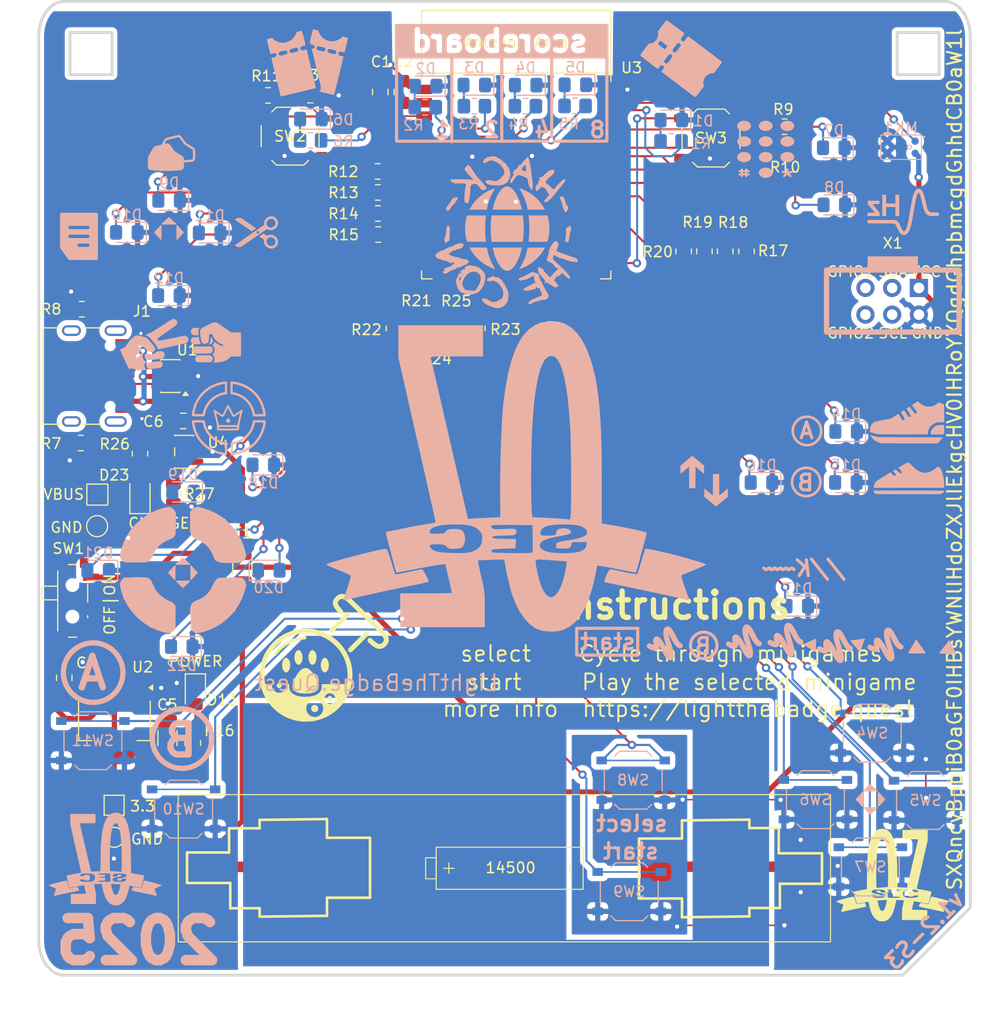
<source format=kicad_pcb>
(kicad_pcb (version 20241229) (generator "pcbnew") (generator_version "9.0")
  (layers (0 "F.Cu" signal) (2 "B.Cu" signal) (13 "F.Paste" user) (15 "B.Paste" user) (5 "F.SilkS" user "F.Silkscreen") (7 "B.SilkS" user "B.Silkscreen") (1 "F.Mask" user) (3 "B.Mask" user) (25 "Edge.Cuts" user))
  (net 0 "")
  (net 1 "Net-(D2-A)")
  (net 2 "Net-(U4-PROG)")
  (net 3 "/USB_D+")
  (net 4 "/USB_D-")
  (net 5 "/RESET")
  (net 6 "/BOOT")
  (net 7 "GND")
  (net 8 "+3V3")
  (net 9 "VBUS")
  (net 11 "Net-(D3-A)")
  (net 12 "+BATT")
  (net 13 "Net-(D1-A)")
  (net 14 "Net-(D4-A)")
  (net 18 "Net-(J1-CC2)")
  (net 19 "Net-(J1-CC1)")
  (net 23 "Net-(D5-A)")
  (net 26 "/DTMF_MIC")
  (net 27 "Net-(D8-A)")
  (net 28 "Net-(D10-A)")
  (net 29 "Net-(D11-A)")
  (net 30 "Net-(D13-A)")
  (net 31 "/HILO_COMPLETE")
  (net 32 "/BUTTON_SELECT")
  (net 33 "/BUTTON_START")
  (net 34 "/BUTTON_B")
  (net 35 "/BUTTON_A")
  (net 36 "/SIMON_LEFT")
  (net 37 "/SIMON_DOWN")
  (net 38 "/SIMON_RIGHT")
  (net 39 "/SIMON_UP")
  (net 40 "Net-(D6-A)")
  (net 45 "Net-(D14-A)")
  (net 46 "Net-(BT1-Pad1)")
  (net 47 "Net-(D15-A)")
  (net 48 "Net-(D16-A)")
  (net 49 "Net-(D17-A)")
  (net 50 "Net-(D18-A)")
  (net 51 "Net-(D19-A)")
  (net 52 "/DTMF_COMPLETE")
  (net 53 "/DTMF_BONUS")
  (net 54 "/SIMON_COMPLETE")
  (net 55 "/BADGE_COMPLETE")
  (net 56 "/BADGE_BONUS")
  (net 57 "/SCORE_1")
  (net 58 "/SCORE_2")
  (net 59 "/SCORE_4")
  (net 60 "/SCORE_8")
  (net 61 "/KODE_COMPLETE")
  (net 62 "/HILO_HI")
  (net 63 "/HILO_LO")
  (net 64 "Net-(D7-A)")
  (net 65 "Net-(D9-A)")
  (net 66 "Net-(D12-A)")
  (net 67 "/BUTTON_UP")
  (net 68 "/BUTTON_DOWN")
  (net 69 "/BUTTON_LEFT")
  (net 70 "/BUTTON_RIGHT")
  (net 71 "/RPS_SCISSORS")
  (net 72 "/RPS_PAPER")
  (net 73 "/RPS_COMPLETE")
  (net 74 "/RPS_ROCK")
  (net 75 "Net-(D20-A)")
  (net 76 "Net-(D21-A)")
  (net 77 "Net-(D22-A)")
  (net 78 "Net-(D23-A)")
  (net 79 "Net-(D23-K)")
  (net 80 "Net-(SW1-A)")
  (footprint "Capacitor_SMD:C_0805_2012Metric_Pad1.18x1.45mm_HandSolder" (layer "F.Cu") (at 198.125 65.75 90)
    (property "Reference" "C1")
    (property "Value" "22uF")
  )
  (footprint "Resistor_SMD:R_0805_2012Metric_Pad1.20x1.40mm_HandSolder" (layer "F.Cu") (at 197.925 79.3 180)
    (property "Reference" "R15")
    (property "Value" "1K")
  )
  (footprint "Resistor_SMD:R_0805_2012Metric_Pad1.20x1.40mm_HandSolder" (layer "F.Cu") (at 197.9 75.3 180)
    (property "Reference" "R13")
    (property "Value" "1K")
  )
  (footprint "Resistor_SMD:R_0805_2012Metric_Pad1.20x1.40mm_HandSolder" (layer "F.Cu") (at 203.375 88.225 -90)
    (property "Reference" "R24")
    (property "Value" "1K")
  )
  (footprint "Resistor_SMD:R_0805_2012Metric_Pad1.20x1.40mm_HandSolder" (layer "F.Cu") (at 232.95 80.9 -90)
    (property "Reference" "R17")
    (property "Value" "1K")
  )
  (footprint "Capacitor_SMD:C_0805_2012Metric_Pad1.18x1.45mm_HandSolder" (layer "F.Cu") (at 200.175 65.75 90)
    (property "Reference" "C2")
    (property "Value" "100nF")
  )
  (footprint "RuffLabs:MY-AA-04_Silkscreen_Only" (layer "F.Cu") (at 210.335 139.46)
    (property "Reference" "BATTERY" (hide yes))
    (property "Value" "Battery")
  )
  (footprint "Resistor_SMD:R_0805_2012Metric_Pad1.20x1.40mm_HandSolder" (layer "F.Cu") (at 201.375 88.225 -90)
    (property "Reference" "R21")
    (property "Value" "1K")
  )
  (footprint "Resistor_SMD:R_0805_2012Metric_Pad1.20x1.40mm_HandSolder" (layer "F.Cu") (at 178.45 103.95 -90)
    (property "Reference" "R27")
    (property "Value" "2K")
  )
  (footprint "Resistor_SMD:R_0805_2012Metric_Pad1.20x1.40mm_HandSolder" (layer "F.Cu") (at 236.575 69.05)
    (property "Reference" "R9")
    (property "Value" "1K")
  )
  (footprint "RuffLabs:USB_C_Receptacle_G-Switch_GT-USB-7010ASV" (layer "F.Cu") (at 169.835 92.755 -90)
    (property "Reference" "J1")
    (property "Value" "USB_C_Receptacle_USB2.0")
  )
  (footprint "TestPoint:TestPoint_Pad_1.5x1.5mm" (layer "F.Cu") (at 171.225 104.025 90)
    (property "Reference" "TP1" (hide yes))
    (property "Value" "TestPoint" (hide yes))
  )
  (footprint "OzSec2025:{CRASHANDBURN}" (layer "F.Cu") (at 209.275 62.3)
    (property "Reference" "REF**" (hide yes))
    (property "Value" "{CRASHANDBURN}" (hide yes))
  )
  (footprint "Resistor_SMD:R_0805_2012Metric_Pad1.20x1.40mm_HandSolder" (layer "F.Cu") (at 187.45 66.075)
    (property "Reference" "R11")
    (property "Value" "10K")
  )
  (footprint "Button_Switch_SMD:SW_SPDT_PCM12" (layer "F.Cu") (at 169.185 114.13 -90)
    (property "Reference" "SW1")
    (property "Value" "SPDT")
  )
  (footprint "Fuse:Fuse_1206_3216Metric_Pad1.42x1.75mm_HandSolder" (layer "F.Cu") (at 185.01 111.015 -90)
    (property "Reference" "F1")
    (property "Value" "Fuse")
  )
  (footprint "PCM_Espressif:ESP32-S3-WROOM-1" (layer "F.Cu") (at 211.05 73.765)
    (property "Reference" "U3")
    (property "Value" "ESP32-S3-WROOM-1-N8R8")
  )
  (footprint "TestPoint:TestPoint_Pad_1.5x1.5mm" (layer "F.Cu") (at 172.8175 133.555 -90)
    (property "Reference" "TP4" (hide yes))
    (property "Value" "TestPoint" (hide yes))
  )
  (footprint "Capacitor_SMD:C_0805_2012Metric_Pad1.18x1.45mm_HandSolder" (layer "F.Cu") (at 168.075 121.45 90)
    (property "Reference" "C4")
    (property "Value" "100nF")
  )
  (footprint "Resistor_SMD:R_0805_2012Metric_Pad1.20x1.40mm_HandSolder" (layer "F.Cu") (at 230.925 80.9 -90)
    (property "Reference" "R18")
    (property "Value" "1K")
  )
  (footprint "Resistor_SMD:R_0805_2012Metric_Pad1.20x1.40mm_HandSolder" (layer "F.Cu") (at 197.875 73.3 180)
    (property "Reference" "R12")
    (property "Value" "1K")
  )
  (footprint "Package_TO_SOT_SMD:SOT-23-6" (layer "F.Cu") (at 178.16 92.755 180)
    (property "Reference" "U1")
    (property "Value" "USBLC6-2SC6")
  )
  (footprint "RuffLabs:MY-AA-04" (layer "F.Cu") (at 188.8 139.5)
    (property "Reference" "BT1" (hide yes))
    (property "Value" "Battery_Clip_+" (hide yes))
  )
  (footprint "Resistor_SMD:R_0805_2012Metric_Pad1.20x1.40mm_HandSolder" (layer "F.Cu") (at 197.9 77.3 180)
    (property "Reference" "R14")
    (property "Value" "1K")
  )
  (footprint "Resistor_SMD:R_0805_2012Metric_Pad1.20x1.40mm_HandSolder" (layer "F.Cu") (at 228.95 80.9 -90)
    (property "Reference" "R19")
    (property "Value" "1K")
  )
  (footprint "Resistor_SMD:R_0805_2012Metric_Pad1.20x1.40mm_HandSolder" (layer "F.Cu") (at 236.575 71.05)
    (property "Reference" "R10")
    (property "Value" "1K")
  )
  (footprint "OzSec2025:Instructions" (layer "F.Cu") (at 217.575 127.175)
    (property "Reference" "REF**" (hide yes))
    (property "Value" "Instructions" (hide yes))
  )
  (footprint "Capacitor_SMD:C_0805_2012Metric_Pad1.18x1.45mm_HandSolder" (layer "F.Cu") (at 191.475 66.05)
    (property "Reference" "C3")
    (property "Value" "10uF")
  )
  (footprint "LED_SMD:LED_0805_2012Metric_Pad1.15x1.40mm_HandSolder" (layer "F.Cu") (at 180.5425 122.93 -90)
    (property "Reference" "D13")
    (property "Value" "GREEN")
  )
  (footprint "Package_TO_SOT_SMD:SOT-223-3_TabPin2" (layer "F.Cu") (at 172.8425 125.505 -90)
    (property "Reference" "U2")
    (property "Value" "TLV1117LV-33")
  )
  (footprint "RuffLabs:Logo_RuffLabs_Beaker_Cu" (layer "F.Cu") (at 192.6 119.6)
    (property "Reference" "REF**" (hide yes))
    (property "Value" "Logo_RuffLabs_Beaker_Cu" (hide yes))
  )
  (footprint "OzSec2025:Instructions" (layer "F.Cu") (at 218.15 122.525)
    (property "Reference" "REF**" (hide yes))
    (property "Value" "Instructions" (hide yes))
  )
  (footprint "Resistor_SMD:R_0805_2012Metric_Pad1.20x1.40mm_HandSolder" (layer "F.Cu") (at 169.65 99.125)
    (property "Reference" "R7")
    (property "Value" "5.1K")
  )
  (footprint "LED_SMD:LED_0805_2012Metric_Pad1.15x1.40mm_HandSolder" (layer "F.Cu") (at 175.275 103.975 90)
    (property "Reference" "D23")
    (property "Value" "YELLOW")
  )
  (footprint "OzSec2025:OzSecCTF{CRASHANDBURN}" (layer "F.Cu") (at 208.725 60.975)
    (property "Reference" "REF**" (hide yes))
    (property "Value" "OzSecCTF{CRASHANDBURN}" (hide yes))
  )
  (footprint "Resistor_SMD:R_0805_2012Metric_Pad1.20x1.40mm_HandSolder" (layer "F.Cu") (at 180.3 127.65 90)
    (property "Reference" "R16")
    (property "Value" "1K")
  )
  (footprint "Package_TO_SOT_SMD:TSOT-23-5" (layer "F.Cu") (at 179.485 99.955 180)
    (property "Reference" "U4")
    (property "Value" "ME4054BM5G-N")
  )
  (footprint "OzSec2025:{CRASHANDBURN}" (layer "F.Cu") (at 208.125 62.2)
    (property "Reference" "REF**" (hide yes))
    (property "Value" "{CRASHANDBURN}" (hide yes))
  )
  (footprint "TestPoint:TestPoint_Pad_D1.5mm" (layer "F.Cu") (at 171.2 107.025 90)
    (property "Reference" "TP2" (hide yes))
    (property "Value" "TestPoint" (hide yes))
  )
  (footprint "Resistor_SMD:R_0805_2012Metric_Pad1.20x1.40mm_HandSolder" (layer "F.Cu") (at 226.975 80.9 -90)
    (property "Reference" "R20")
    (property "Value" "1K")
  )
  (footprint "RuffLabs:SW_Push_1P1T_XKB_TS-1187A" (layer "F.Cu") (at 229.575 70.125)
    (property "Reference" "SW3")
    (property "Value" "SW_Push")
  )
  (footprint "Capacitor_SMD:C_1206_3216Metric_Pad1.33x1.80mm_HandSolder" (layer "F.Cu") (at 177.8925 127.18 90)
    (property "Reference" "C5")
    (property "Value" "100uF")
  )
  (footprint "OzSecCustom:OzSec_Logo_Small_Cu" (layer "F.Cu") (at 247.55 141.225)
    (property "Reference" "REF**" (hide yes))
    (property "Value" "OzSec_Logo_Small_Cu" (hide yes))
  )
  (footprint "Resistor_SMD:R_0805_2012Metric_Pad1.20x1.40mm_HandSolder" (layer "F.Cu") (at 207.35 88.225 -90)
    (property "Reference" "R23")
    (property "Value" "1K")
  )
  (footprint "RuffLabs:MY-AA-04" (layer "F.Cu") (at 231.075 139.575 180)
    (property "Reference" "BT3" (hide yes))
    (property "Value" "Battery_Clip_-" (hide yes))
  )
  (footprint "Resistor_SMD:R_0805_2012Metric_Pad1.20x1.40mm_HandSolder" (layer "F.Cu") (at 175.275 100.125 -90)
    (property "Reference" "R26")
    (property "Value" "1K")
  )
  (footprint "TestPoint:TestPoint_Pad_D1.5mm" (layer "F.Cu") (at 172.8175 136.605 -90)
    (property "Reference" "TP3" (hide yes))
    (property "Value" "TestPoint" (hide yes))
  )
  (footprint "Resistor_SMD:R_0805_2012Metric_Pad1.20x1.40mm_HandSolder" (layer "F.Cu") (at 199.425 88.225 -90)
    (property "Reference" "R22")
    (property "Value" "1K")
  )
  (footprint "Capacitor_SMD:C_0805_2012Metric_Pad1.18x1.45mm_HandSolder" (layer "F.Cu") (at 179.375 97.025)
    (property "Reference" "C6")
    (property "Value" "1uF")
  )
  (footprint "RuffLabs:SW_Push_1P1T_XKB_TS-1187A" (layer "F.Cu") (at 189.55 69.95)
    (property "Reference" "SW2")
    (property "Value" "SW_Push")
  )
  (footprint "Resistor_SMD:R_0805_2012Metric_Pad1.20x1.40mm_HandSolder" (layer "F.Cu") (at 205.375 88.225 -90)
    (property "Reference" "R25")
    (property "Value" "1K")
  )
  (footprint "Resistor_SMD:R_0805_2012Metric_Pad1.20x1.40mm_HandSolder" (layer "F.Cu") (at 169.75 86.4 180)
    (property "Reference" "R8")
    (property "Value" "5.1K")
  )
  (footprint "OzSec2025:Controller_Select" (layer "B.Cu") (at 221.95 127.7 180)
    (property "Reference" "REF**" (hide yes))
    (property "Value" "Controller_Select" (hide yes))
  )
  (footprint "RuffLabs:Floppy_Slide" (layer "B.Cu") (at 209.3 123.86 180)
    (property "Reference" "REF**" (hide yes))
    (property "Value" "Floppy_Slide" (hide yes))
  )
  (footprint "LED_SMD:LED_0805_2012Metric_Pad1.15x1.40mm_HandSolder" (layer "B.Cu") (at 178.025 85.1 180)
    (property "Reference" "D12")
    (property "Value" "WHITE")
  )
  (footprint "RuffLabs:SW_Push_1P1T_XKB_TS-1187A" (layer "B.Cu") (at 244.725 139.425 180)
    (property "Reference" "SW7")
    (property "Value" "SW_Push")
  )
  (footprint "OzSec2025:Controller_B" (layer "B.Cu") (at 178.6 127.425 180)
    (property "Reference" "REF**" (hide yes))
    (property "Value" "Controller_B" (hide yes))
  )
  (footprint "OzSec2025:Controller_A" (layer "B.Cu") (at 170.825 121 180)
    (property "Reference" "REF**" (hide yes))
    (property "Value" "Controller_A" (hide yes))
  )
  (footprint "OzSec2025:Controller_DPAD" (layer "B.Cu") (at 178.3 112.3 180)
    (property "Reference" "REF**" (hide yes))
    (property "Value" "Controller_DPAD" (hide yes))
  )
  (footprint "Resistor_SMD:R_0805_2012Metric_Pad1.20x1.40mm_HandSolder" (layer "B.Cu") (at 211.925 67.1 180)
    (property "Reference" "R4")
    (property "Value" "1K")
  )
  (footprint "OzSec2025:Paper" (layer "B.Cu") (at 169.524303 79.801456 180)
    (property "Reference" "REF**" (hide yes))
    (property "Value" "Paper" (hide yes))
  )
  (footprint "LED_SMD:LED_0805_2012Metric_Pad1.15x1.40mm_HandSolder" (layer "B.Cu") (at 234.375 102.875 180)
    (property "Reference" "D16")
    (property "Value" "WHITE")
  )
  (footprint "OzSec2025:Kode_Game" (layer "B.Cu") (at 233.775 118.2 180)
    (property "Reference" "REF**" (hide yes))
    (property "Value" "Kode_Game" (hide yes))
  )
  (footprint "Resistor_SMD:R_0805_2012Metric_Pad1.20x1.40mm_HandSolder" (layer "B.Cu") (at 207.075 67.1 180)
    (property "Reference" "R3")
    (property "Value" "1K")
  )
  (footprint "OzSec2025:Scoreboard" (layer "B.Cu") (at 214.125 64.075 180)
    (property "Reference" "REF**" (hide yes))
    (property "Value" "Scoreboard" (hide yes))
  )
  (footprint "LED_SMD:LED_0805_2012Metric_Pad1.15x1.40mm_HandSolder" (layer "B.Cu") (at 211.95 65.1 180)
    (property "Reference" "D4")
    (property "Value" "WHITE")
  )
  (footprint "Simple_Addon_v2:Simple_Addon_v2-BADGE-2x3" (layer "B.Cu") (at 246.86 85.625 180)
    (property "Reference" "X1")
    (property "Value" "Simple_Addon_v2")
  )
  (footprint "OzSec2025:Simon_Complete" (layer "B.Cu") (at 183.625 96.925 180)
    (property "Reference" "REF**" (hide yes))
    (property "Value" "Simon_Complete" (hide yes))
  )
  (footprint "OzSec2025:Hertz" (layer "B.Cu") (at 247.838907 77.335262 180)
    (property "Reference" "REF**" (hide yes))
    (property "Value" "Hertz" (hide yes))
  )
  (footprint "OzSec2025:Controller_Start" (layer "B.Cu") (at 221.95 138.1 180)
    (property "Reference" "REF**" (hide yes))
    (property "Value" "Controller_Start" (hide yes))
  )
  (footprint "LED_SMD:LED_0805_2012Metric_Pad1.15x1.40mm_HandSolder" (layer "B.Cu") (at 225.8 68.425 180)
    (property "Reference" "D1")
    (property "Value" "GREEN")
  )
  (footprint "Resistor_SMD:R_0805_2012Metric_Pad1.20x1.40mm_HandSolder" (layer "B.Cu") (at 202.4 67.2 180)
    (property "Reference" "R2")
    (property "Value" "1K")
  )
  (footprint "OzSec2025:lightthebadge.quest" (layer "B.Cu") (at 201.15 122.3 180)
    (property "Reference" "REF**" (hide yes))
    (property "Value" "lightthebadge.quest" (hide yes))
  )
  (footprint "OzSec2025:Kode Game" (layer "B.Cu") (at 240.06 111.625 180)
    (property "Reference" "REF**" (hide yes))
    (property "Value" "Kode Game" (hide yes))
  )
  (footprint "OzSec2025:Controller_A_Small" (layer "B.Cu") (at 238.7 98.025 180)
    (property "Reference" "REF**" (hide yes))
    (property "Value" "Controller_A_Small" (hide yes))
  )
  (footprint "OzSec2025:RPS_Hand" (layer "B.Cu") (at 176.646232 89.834792 115)
    (property "Reference" "REF**" (hide yes))
    (property "Value" "RPS_Hand" (hide yes))
  )
  (footprint "OzSec2025:HackTheCon" (layer "B.Cu") (at 210.045684 78.796063 180)
    (property "Reference" "REF**" (hide yes))
    (property "Value" "HackTheCon" (hide yes))
  )
  (footprint "LED_SMD:LED_0805_2012Metric_Pad1.15x1.40mm_HandSolder" (layer "B.Cu") (at 216.675 65.0625 180)
    (property "Reference" "D5")
    (property "Value" "WHITE")
  )
  (footprint "OzSec2025:Raffle Bonus" (layer "B.Cu") (at 191.15 63.65 180)
    (property "Reference" "REF**" (hide yes))
    (property "Value" "Raffle Bonus" (hide yes))
  )
  (footprint "LED_SMD:LED_0805_2012Metric_Pad1.15x1.40mm_HandSolder" (layer "B.Cu") (at 242.425 98.025 180)
    (property "Reference" "D14")
    (property "Value" "WHITE")
  )
  (footprint "RuffLabs:SW_Push_1P1T_XKB_TS-1187A" (layer "B.Cu") (at 222.175 131.175 180)
    (property "Reference" "SW8")
    (property "Value" "SW_Push")
  )
  (footprint "Resistor_SMD:R_0805_2012Metric_Pad1.20x1.40mm_HandSolder" (layer "B.Cu") (at 216.65 67.075 180)
    (property "Reference" "R5")
    (property "Value" "1K")
  )
  (footprint "LED_SMD:LED_0805_2012Metric_Pad1.15x1.40mm_HandSolder" (layer "B.Cu") (at 178.05 76.05 180)
    (property "Reference" "D9")
    (property "Value" "WHITE")
  )
  (footprint "LED_SMD:LED_0805_2012Metric_Pad1.15x1.40mm_HandSolder" (layer "B.Cu") (at 181.9 79.15 180)
    (property "Reference" "D11")
    (property "Value" "WHITE")
  )
  (footprint "OzSec2025:Rock" (layer "B.Cu") (at 178.275 71.875 180)
    (property "Reference" "REF**" (hide yes))
    (property "Value" "Rock" (hide yes))
  )
  (footprint "OzSec2025:Controller_B_Small" (layer "B.Cu") (at 237.95 103.025 180)
    (property "Reference" "REF**" (hide yes))
    (property "Value" "Controller_B_Small" (hide yes))
  )
  (footprint "LED_SMD:LED_0805_2012Metric_Pad1.15x1.40mm_HandSolder" (layer "B.Cu") (at 179.25 118.475 180)
    (property "Reference" "D22")
    (property "Value" "BLUE")
  )
  (footprint "Resistor_SMD:R_0805_2012Metric_Pad1.20x1.40mm_HandSolder" (layer "B.Cu") (at 225.775 70.45 180)
    (property "Reference" "R1")
    (property "Value" "1K")
  )
  (footprint "LED_SMD:LED_0805_2012Metric_Pad1.15x1.40mm_HandSolder" (layer "B.Cu") (at 179.375 103.775 180)
    (property "Reference" "D19")
    (property "Value" "GREEN")
  )
  (footprint "OzSec2025:Touchtone" (layer "B.Cu") (at 234.824254 71.768742 180)
    (property "Reference" "REF**" (hide yes))
    (property "Value" "Touchtone" (hide yes))
  )
  (footprint "RuffLabs:LMA3722T421-OA5" (layer "B.Cu") (at 247.485 71.025 180)
    (property "Reference" "MK1")
    (property "Value" "LMA3722T421-OA5")
  )
  (footprint "LED_SMD:LED_0805_2012Metric_Pad1.15x1.40mm_HandSolder" (layer "B.Cu") (at 237.775 114.625 180)
    (property "Reference" "D17")
    (property "Value" "WHITE")
  )
  (footprint "LED_SMD:LED_0805_2012Metric_Pad1.15x1.40mm_HandSolder" (layer "B.Cu") (at 241.3 76.475 180)
    (property "Reference" "D8")
    (property "Value" "WHITE")
  )
  (footprint "RuffLabs:Floppy_Outline" (layer "B.Cu") (at 254.230321 91.525833 180)
    (property "Reference" "REF**" (hide yes))
    (property "Value" "Floppy_Outline" (hide yes))
    (fp_poly (pts (xy 85.610119 27.425866) (xy 81.610126 27.425866) (xy 81.610126 31.425862) (xy 85.610119 31.425862)) (stroke (width 0.264583) (color 0 0 85 1)) (fill no) (layer "Edge.Cuts"))
    (fp_poly (pts (xy 6.963013 27.426652) (xy 2.963013 27.426652) (xy 2.963013 31.426652) (xy 6.963013 31.426652)) (stroke (width 0.264583) (color 0 0 85 1)) (fill no) (layer "Edge.Cuts"))
    (fp_poly (pts (xy 2.425972 34.39) (xy 86.152378 34.39) (xy 86.277218 34.385664) (xy 86.400419 34.372795) (xy 86.521828 34.351603) (xy 86.641294 34.322298) (xy 86.758664 34.285087) (xy 86.873786 34.240182) (xy 86.986506 34.187791) (xy 87.096673 34.128124) (xy 87.204134 34.061389) (xy 87.308738 33.987797) (xy 87.41033 33.907557) (xy 87.508759 33.820879) (xy 87.603873 33.72797) (xy 87.695519 33.629042) (xy 87.783544 33.524303) (xy 87.867797 33.413963) (xy 87.948124 33.29823) (xy 88.024374 33.177316) (xy 88.096393 33.051428) (xy 88.16403 32.920776) (xy 88.227132 32.785571) (xy 88.285547 32.646019) (xy 88.339122 32.502333) (xy 88.387704 32.35472) (xy 88.431142 32.20339) (xy 88.469283 32.048553) (xy 88.501974 31.890418) (xy 88.529063 31.729194) (xy 88.550397 31.565091) (xy 88.565825 31.398318) (xy 88.575193 31.229084) (xy 88.57835 31.057599) (xy 88.57835 -54.855941) (xy 88.565825 -55.19666) (xy 88.529063 -55.527537) (xy 88.469283 -55.846896) (xy 88.387704 -56.153063) (xy 88.285547 -56.444362) (xy 88.16403 -56.719119) (xy 88.024374 -56.975658) (xy 87.867797 -57.212304) (xy 87.695519 -57.427383) (xy 87.603873 -57.526311) (xy 87.508759 -57.619219) (xy 87.41033 -57.705898) (xy 87.308738 -57.786137) (xy 87.204134 -57.859729) (xy 87.096673 -57.926463) (xy 86.986506 -57.98613) (xy 86.873786 -58.038521) (xy 86.758664 -58.083426) (xy 86.641294 -58.120636) (xy 86.521828 -58.149942) (xy 86.400419 -58.171134) (xy 86.277218 -58.184002) (xy 86.152378 -58.188338) (xy 6.411289 -58.188338) (xy 0 -51.75) (xy 0 31.057607) (xy 0.012525 31.398325) (xy 0.049287 31.729201) (xy 0.109067 32.048559) (xy 0.190645 32.354726) (xy 0.292802 32.646025) (xy 0.414318 32.920781) (xy 0.553974 33.17732) (xy 0.71055 33.413967) (xy 0.882828 33.629046) (xy 0.974474 33.727974) (xy 1.069587 33.820883) (xy 1.168017 33.907561) (xy 1.269609 33.987801) (xy 1.374212 34.061393) (xy 1.481674 34.128128) (xy 1.591841 34.187795) (xy 1.704562 34.240186) (xy 1.819683 34.285091) (xy 1.937054 34.322301) (xy 2.05652 34.351607) (xy 2.17793 34.372799) (xy 2.301132 34.385668) (xy 2.425972 34.390004)) (stroke (width 0.264583) (color 0 0 85 1)) (fill no) (layer "Edge.Cuts"))
  )
  (footprint "LED_SMD:LED_0805_2012Metric_Pad1.15x1.40mm_HandSolder" (layer "B.Cu") (at 171.3 111.225 180)
    (property "Reference" "D21")
    (property "Value" "RED")
  )
  (footprint "OzSec2025:Controller_DPAD" (layer "B.Cu") (at 243.675 133.85 180)
    (property "Reference" "REF**" (hide yes))
    (property "Value" "Controller_DPAD" (hide yes))
  )
  (footprint "OzSec2025:Hightop" (layer "B.Cu") (at 248.175 97.925 180)
    (property "Reference" "REF**" (hide yes))
    (property "Value" "Hightop" (hide yes))
  )
  (footprint "OzSecCustom:OzSec_Logo_Small" (layer "B.Cu") (at 171.275 139.7 180)
    (property "Reference" "REF**" (hide yes))
    (property "Value" "OzSec_Logo_Small" (hide yes))
  )
  (footprint "RuffLabs:SW_Push_1P1T_XKB_TS-1187A" (layer "B.Cu") (at 244.9 126.7 180)
    (property "Reference" "SW4")
    (property "Value" "SW_Push")
  )
  (footprint "OzSec2025:Raffle" (layer "B.Cu") (at 226.825 63.15 180)
    (property "Reference" "REF**" (hide yes))
    (property "Value" "Raffle" (hide yes))
  )
  (footprint "RuffLabs:SW_Push_1P1T_XKB_TS-1187A" (layer "B.Cu") (at 239.5 133.025 180)
    (property "Reference" "SW6")
    (property "Value" "SW_Push")
  )
  (footprint "LED_SMD:LED_0805_2012Metric_Pad1.15x1.40mm_HandSolder" (layer "B.Cu") (at 174.025 79.1 180)
    (property "Reference" "D10")
    (property "Value" "WHITE")
  )
  (footprint "OzSec2025:UpDown" (layer "B.Cu") (at 228.875 103.175 180)
    (property "Reference" "REF**" (hide yes))
    (property "Value" "UpDown" (hide yes))
  )
  (footprint "OzSec2025:2025" (layer "B.Cu") (at 174.75 146.225 180)
    (property "Reference" "REF**" (hide yes))
    (property "Value" "2025" (hide yes))
  )
  (footprint "LED_SMD:LED_0805_2012Metric_Pad1.15x1.40mm_HandSolder" (layer "B.Cu") (at 202.44 65.18875 180)
    (property "Reference" "D2")
    (property "Value" "WHITE")
  )
  (footprint "OzSec2025:RPS_Controls" (layer "B.Cu") (at 176.975 79.95 180)
    (property "Reference" "REF**" (hide yes))
    (property "Value" "RPS_Controls" (hide yes))
  )
  (footprint "Resistor_SMD:R_0805_2012Metric_Pad1.20x1.40mm_HandSolder" (layer "B.Cu") (at 191.5 70.35 180)
    (property "Reference" "R6")
    (property "Value" "1K")
  )
  (footprint "OzSec2025:RPS_Fist" (layer "B.Cu") (at 182.35 89.525 -90)
    (property "Reference" "REF**" (hide yes))
    (property "Value" "RPS_Fist" (hide yes))
  )
  (footprint "LED_SMD:LED_0805_2012Metric_Pad1.15x1.40mm_HandSolder" (layer "B.Cu") (at 207.065 65.08875 180)
    (property "Reference" "D3")
    (property "Value" "WHITE")
  )
  (footprint "RuffLabs:SW_Push_1P1T_XKB_TS-1187A" (layer "B.Cu") (at 221.8 141.775 180)
    (property "Reference" "SW9")
    (property "Value" "SW_Push")
  )
  (footprint "LED_SMD:LED_0805_2012Metric_Pad1.15x1.40mm_HandSolder" (layer "B.Cu") (at 241.25 71.05 180)
    (property "Reference" "D7")
    (property "Value" "WHITE")
  )
  (footprint "OzSec2025:2025" (layer "B.Cu") (at 171.7 152.5 180)
    (property "Reference" "REF**" (hide yes))
    (property "Value" "2025" (hide yes))
  )
  (footprint "OzSecCustom:OzSec_Logo" (layer "B.Cu") (at 208.775 106.425 180)
    (property "Reference" "REF**" (hide yes))
    (property "Value" "OzSec_Logo" (hide yes))
  )
  (footprint "OzSec2025:2025" (layer "B.Cu") (at 172.05 152.35 180)
    (property "Reference" "REF**" (hide yes))
    (property "Value" "2025" (hide yes))
  )
  (footprint "OzSec2025:2025" (layer "B.Cu") (at 171.7 152.3 180)
    (property "Reference" "REF**" (hide yes))
    (property "Value" "2025" (hide yes))
  )
  (footprint "RuffLabs:SW_Push_1P1T_XKB_TS-1187A" (layer "B.Cu") (at 179.425 133.925 180)
    (property "Reference" "SW10")
    (property "Value" "SW_Push")
  )
  (footprint "OzSec2025:Lowtop" (layer "B.Cu") (at 248.4 103.4 180)
    (property "Reference" "REF**" (hide yes))
    (property "Value" "Lowtop" (hide yes))
  )
  (footprint "RuffLabs:SW_Push_1P1T_XKB_TS-1187A" (layer "B.Cu") (at 249.975 133.1 180)
    (property "Reference" "SW5")
    (property "Value" "SW_Push")
  )
  (footprint "RuffLabs:SW_Push_1P1T_XKB_TS-1187A" (layer "B.Cu") (at 170.8 127.425 180)
    (property "Reference" "SW11")
    (property "Value" "SW_Push")
  )
  (footprint "OzSec2025:Simon" (layer "B.Cu") (at 179.225 111.475 180)
    (property "Reference" "REF**" (hide yes))
    (property "Value" "Simon" (hide yes))
  )
  (footprint "LED_SMD:LED_0805_2012Metric_Pad1.15x1.40mm_HandSolder" (layer "B.Cu") (at 187.525 111.225)
    (property "Reference" "D20")
    (property "Value" "YELLOW")
  )
  (footprint "OzSec2025:Scissors" (layer "B.Cu") (at 186.250253 79.379065 180)
    (property "Reference" "REF**" (hide yes))
    (property "Value" "Scissors" (hide yes))
  )
  (footprint "LED_SMD:LED_0805_2012Metric_Pad1.15x1.40mm_HandSolder" (layer "B.Cu") (at 191.525 68.325 180)
    (property "Reference" "D6")
    (property "Value" "GREEN")
  )
  (footprint "LED_SMD:LED_0805_2012Metric_Pad1.15x1.40mm_HandSolder" (layer "B.Cu") (at 242.4 102.875 180)
    (property "Reference" "D15")
    (property "Value" "WHITE")
  )
  (footprint "LED_SMD:LED_0805_2012Metric_Pad1.15x1.40mm_HandSolder" (layer "B.Cu") (at 187 101.2 180)
    (property "Reference" "D18")
    (property "Value" "WHITE")
  )
  (gr_text "CHARGE" (at 177.075 106.75 0) (layer "F.SilkS") (effects (font (size 1 1))))
  (gr_text "SXQncyBpbiB0aGF0IHBsYWNlIHdoZXJlIEkgcHV0IHRoYXQgdGhpbmcgdGhhdCB0aW1l" (at 253.525 141.775 90) (layer "F.SilkS") (effects (font (size 1.35 1.35) (thickness 0.2)) (justify left bottom)))
  (gr_text "3.3" (at 175.525 133.65 0) (layer "F.SilkS") (effects (font (size 1 1))))
  (gr_text "GND" (at 175.95 136.775 0) (layer "F.SilkS") (effects (font (size 1 1))))
  (gr_text "POWER" (at 180.575 119.875 0) (layer "F.SilkS") (effects (font (size 1 1))))
  (gr_text "VBUS" (at 168.025 104 0) (layer "F.SilkS") (effects (font (size 1 1))))
  (gr_text "GND" (at 168.29 107.145 0) (layer "F.SilkS") (effects (font (size 1 1))))
  (gr_text "OFF|ON" (at 172.4 114.45 90) (layer "F.SilkS") (effects (font (size 1 1))))
  (gr_text "v1.2-S3" (at 253.975 142.625 45) (layer "B.SilkS") (effects (font (size 1.5 1.5) (thickness 0.3) (bold yes)) (justify left bottom mirror)))
  (segment (start 201.4 67.2) (end 201.4 65.20375) (width 0.2) (layer "B.Cu") (net 1))
  (segment (start 201.4 65.20375) (end 201.415 65.18875) (width 0.2) (layer "B.Cu") (net 1))
  (segment (start 201.745 65.10625) (end 201.7025 65.06375) (width 0.1) (layer "B.Cu") (net 1))
  (segment (start 178.45 102.95) (end 178.45 101.0075) (width 0.2) (layer "F.Cu") (net 2))
  (segment (start 178.45 101.0075) (end 178.3475 100.905) (width 0.2) (layer "F.Cu") (net 2))
  (segment (start 181.058943 93.356) (end 181.434943 92.98) (width 0.2) (layer "F.Cu") (net 3))
  (segment (start 199.588198 81.605) (end 200.764999 81.605) (width 0.2) (layer "F.Cu") (net 3))
  (segment (start 177.06 93.655) (end 176.91 93.505) (width 0.2) (layer "F.Cu") (net 3))
  (segment (start 188.213198 92.98) (end 199.588198 81.605) (width 0.2) (layer "F.Cu") (net 3))
  (segment (start 180.291251 93.705) (end 180.640251 93.356) (width 0.2) (layer "F.Cu") (net 3))
  (segment (start 179.2975 93.705) (end 180.291251 93.705) (width 0.2) (layer "F.Cu") (net 3))
  (segment (start 180.640251 93.356) (end 181.058943 93.356) (width 0.2) (layer "F.Cu") (net 3))
  (segment (start 176.91 93.505) (end 173.56 93.505) (width 0.2) (layer "F.Cu") (net 3))
  (segment (start 172.688 92.505) (end 172.46 92.733) (width 0.2) (layer "F.Cu") (net 3))
  (segment (start 181.434943 92.98) (end 188.213198 92.98) (width 0.2) (layer "F.Cu") (net 3))
  (segment (start 200.764999 81.605) (end 201.174999 82.015) (width 0.2) (layer "F.Cu") (net 3))
  (segment (start 172.46 93.277) (end 172.688 93.505) (width 0.2) (layer "F.Cu") (net 3))
  (segment (start 173.56 92.505) (end 172.688 92.505) (width 0.2) (layer "F.Cu") (net 3))
  (segment (start 172.46 92.733) (end 172.46 93.277) (width 0.2) (layer "F.Cu") (net 3))
  (segment (start 172.688 93.505) (end 173.56 93.505) (width 0.2) (layer "F.Cu") (net 3))
  (segment (start 201.174999 82.015) (end 202.3 82.015) (width 0.2) (layer "F.Cu") (net 3))
  (segment (start 181.434943 92.53) (end 188.026802 92.53) (width 0.2) (layer "F.Cu") (net 4))
  (segment (start 173.56 93.005) (end 174.432 93.005) (width 0.2) (layer "F.Cu") (net 4))
  (segment (start 180.291251 91.805) (end 180.640251 92.154) (width 0.2) (layer "F.Cu") (net 4))
  (segment (start 199.401802 81.155) (end 200.764999 81.155) (width 0.2) (layer "F.Cu") (net 4))
  (segment (start 180.640251 92.154) (end 181.058943 92.154) (width 0.2) (layer "F.Cu") (net 4))
  (segment (start 179.2975 91.805) (end 180.291251 91.805) (width 0.2) (layer "F.Cu") (net 4))
  (segment (start 188.026802 92.53) (end 199.401802 81.155) (width 0.2) (layer "F.Cu") (net 4))
  (segment (start 200.764999 81.155) (end 201.174999 80.745) (width 0.2) (layer "F.Cu") (net 4))
  (segment (start 174.56 92.005) (end 173.56 92.005) (width 0.2) (layer "F.Cu") (net 4))
  (segment (start 177.06 91.755) (end 176.81 92.005) (width 0.2) (layer "F.Cu") (net 4))
  (segment (start 181.058943 92.154) (end 181.434943 92.53) (width 0.2) (layer "F.Cu") (net 4))
  (segment (start 176.81 92.005) (end 174.56 92.005) (width 0.2) (layer "F.Cu") (net 4))
  (segment (start 174.66 92.777) (end 174.66 92.105) (width 0.2) (layer "F.Cu") (net 4))
  (segment (start 174.432 93.005) (end 174.66 92.777) (width 0.2) (layer "F.Cu") (net 4))
  (segment (start 201.174999 80.745) (end 202.3 80.745) (width 0.2) (layer "F.Cu") (net 4))
  (segment (start 192.58 68.045) (end 192.55 68.075) (width 0.15) (layer "F.Cu") (net 5))
  (segment (start 188.45 66.175) (end 186.55 68.075) (width 0.15) (layer "F.Cu") (net 5))
  (segment (start 186.55 68.075) (end 192.55 68.075) (width 0.2) (layer "F.Cu") (net 5))
  (segment (start 188.45 66.075) (end 190.4125 66.075) (width 0.2) (layer "F.Cu") (net 5))
  (segment (start 201.895 68.045) (end 202.3 68.045) (width 0.1) (layer "F.Cu") (net 5))
  (segment (start 202.3 68.045) (end 192.58 68.045) (width 0.15) (layer "F.Cu") (net 5))
  (segment (start 190.4375 66.05) (end 192.4625 68.075) (width 0.15) (layer "F.Cu") (net 5))
  (segment (start 222.575 68.25) (end 222.55 68.275) (width 0.2) (layer "F.Cu") (net 6))
  (segment (start 222.515 82.015) (end 219.8 82.015) (width 0.2) (layer "F.Cu") (net 6))
  (segment (start 226.575 68.25) (end 222.575 68.25) (width 0.2) (layer "F.Cu") (net 6))
  (segment (start 226.575 68.25) (end 232.575 68.25) (width 0.2) (layer "F.Cu") (net 6))
  (segment (start 222.525 82.025) (end 222.515 82.015) (width 0.2) (layer "F.Cu") (net 6))
  (via (at 222.55 68.275) (size 0.8) (drill 0.4) (layers "F.Cu" "B.Cu") (net 6))
  (via (at 222.525 82.025) (size 0.8) (drill 0.4) (layers "F.Cu" "B.Cu") (net 6))
  (segment (start 222.55 82) (end 222.525 82.025) (width 0.2) (layer "B.Cu") (net 6))
  (segment (start 222.55 68.275) (end 222.55 82) (width 0.2) (layer "B.Cu") (net 6))
  (segment (start 206.95 71.825) (end 206.875 71.9) (width 0.2) (layer "F.Cu") (net 7))
  (segment (start 250 129.175) (end 250 132.825) (width 0.15) (layer "F.Cu") (net 7))
  (segment (start 208.15 73.225) (end 208.15 71.825) (width 0.2) (layer "F.Cu") (net 7))
  (segment (start 172.8175 138.605) (end 172.7925 138.63) (width 0.5) (layer "F.Cu") (net 7))
  (segment (start 236.175 133.025) (end 236.2 133.05) (width 0.15) (layer "F.Cu") (net 7))
  (segment (start 221.605 65.505) (end 221.625 65.525) (width 0.2) (layer "F.Cu") (net 7))
  (segment (start 210.95 74.625) (end 209.55 74.625) (width 0.2) (layer "F.Cu") (net 7))
  (segment (start 219.8 65.505) (end 221.605 65.505) (width 0.2) (layer "F.Cu") (net 7))
  (segment (start 171.2 107.025) (end 173.03 107.025) (width 0.2) (layer "F.Cu") (net 7))
  (segment (start 175.36 88.705) (end 174.51 89.555) (width 0.2) (layer "F.Cu") (net 7))
  (segment (start 226.575 72) (end 226.75 72) (width 0.1) (layer "F.Cu") (net 7))
  (segment (start 226.875 133.025) (end 236.175 133.025) (width 0.15) (layer "F.Cu") (net 7))
  (segment (start 186.55 71.825) (end 192.55 71.825) (width 0.2) (layer "F.Cu") (net 7))
  (segment (start 238.085 141.81) (end 238.1 141.825) (width 0.5) (layer "F.Cu") (net 7))
  (segment (start 168.075 120.4125) (end 169.3625 120.4125) (width 0.2) (layer "F.Cu") (net 7))
  (segment (start 179.2975 92.755) (end 180.81 92.755) (width 0.2) (layer "F.Cu") (net 7))
  (segment (start 241.56 139.39) (end 241.625 139.325) (width 0.5) (layer "F.Cu") (net 7))
  (segment (start 226.475 144.975) (end 236.55 144.975) (width 0.15) (layer "F.Cu") (net 7))
  (segment (start 238.07 139.4) (end 238.07 136.88) (width 0.5) (layer "F.Cu") (net 7))
  (segment (start 174.51 89.555) (end 173.56 89.555) (width 0.2) (layer "F.Cu") (net 7))
  (segment (start 210.95 76.1) (end 211.025 76.175) (width 0.2) (layer "F.Cu") (net 7))
  (segment (start 177.2425 122.355) (end 177.2925 122.405) (width 0.5) (layer "F.Cu") (net 7))
  (segment (start 236.55 144.975) (end 236.525 145) (width 0.1) (layer "F.Cu") (net 7))
  (segment (start 198.125 64.7125) (end 198.125 64.125) (width 0.2) (layer "F.Cu") (net 7))
  (segment (start 180.4125 97.025) (end 181.3 97.025) (width 0.2) (layer "F.Cu") (net 7))
  (segment (start 192.5125 66.05) (end 194.15 66.05) (width 0.2) (layer "F.Cu") (net 7))
  (segment (start 173.03 107.025) (end 174.16 108.155) (width 0.2) (layer "F.Cu") (net 7))
  (segment (start 200.175 64.7125) (end 198.125 64.7125) (width 0.2) (layer "F.Cu") (net 7))
  (segment (start 198.125 64.125) (end 199.075 63.175) (width 0.2) (layer "F.Cu") (net 7))
  (segment (start 180.175 105.175) (end 180.15 105.2) (width 0.15) (layer "F.Cu") (net 7))
  (segment (start 208.15 74.625) (end 208.15 76.15) (width 0.2) (layer "F.Cu") (net 7))
  (segment (start 202.3 65.505) (end 200.9675 65.505) (width 0.2) (layer "F.Cu") (net 7))
  (segment (start 175.1425 122.355) (end 177.2425 122.355) (width 0.5) (layer "F.Cu") (net 7))
  (segment (start 174.61 95.955) (end 175.46 96.805) (width 0.2) (layer "F.Cu") (net 7))
  (segment (start 209.55 71.825) (end 209.55 73.225) (width 0.2) (layer "F.Cu") (net 7))
  (segment (start 209.55 74.625) (end 208.15 74.625) (width 0.2) (layer "F.Cu") (net 7))
  (segment (start 178.7 105.2) (end 178.45 104.95) (width 0.15) (layer "F.Cu") (net 7))
  (segment (start 200.175 64.7125) (end 200.175 64.275) (width 0.2) (layer "F.Cu") (net 7))
  (segment (start 229.4 72) (end 229.475 72.075) (width 0.2) (layer "F.Cu") (net 7))
  (segment (start 172.8175 136.605) (end 172.8175 138.605) (width 0.5) (layer "F.Cu") (net 7))
  (segment (start 208.15 74.625) (end 208.15 73.225) (width 0.2) (layer "F.Cu") (net 7))
  (segment (start 180.6225 99.955) (end 182.1725 99.955) (width 0.2) (layer "F.Cu") (net 7))
  (segment (start 226.35 145.1) (end 226.475 144.975) (width 0.15) (layer "F.Cu") (net 7))
  (segment (start 232.575 72) (end 232.35 72) (width 0.1) (layer "F.Cu") (net 7))
  (segment (start 180.5425 121.905) (end 178.7925 121.905) (width 0.5) (layer "F.Cu") (net 7))
  (segment (start 209.55 71.825) (end 210.95 71.825) (width 0.2) (layer "F.Cu") (net 7))
  (segment (start 226.45 145) (end 226.35 145.1) (width 0.1) (layer "F.Cu") (net 7))
  (segment (start 169.3625 120.4125) (end 169.825 119.95) (width 0.2) (layer "F.Cu") (net 7))
  (segment (start 210.95 74.625) (end 210.95 76.1) (width 0.2) (layer "F.Cu") (net 7))
  (segment (start 168.65 100.725) (end 168.6 100.775) (width 0.2) (layer "F.Cu") (net 7))
  (segment (start 226.575 72) (end 229.4 72) (width 0.2) (layer "F.Cu") (net 7))
  (segment (start 208.15 73.225) (end 209.55 73.225) (width 0.2) (layer "F.Cu") (net 7))
  (segment (start 210.95 73.225) (end 210.95 74.625) (width 0.2) (layer "F.Cu") (net 7))
  (segment (start 181.925 97.65) (end 181.765 97.65) (width 0.2) (layer "F.Cu") (net 7))
  (segment (start 229.55 72) (end 229.475 72.075) (width 0.2) (layer "F.Cu") (net 7))
  (segment (start 208.15 71.825) (end 206.95 71.825) (width 0.2) (layer "F.Cu") (net 7))
  (segment (start 173.56 95.955) (end 174.61 95.955) (width 0.2) (layer "F.Cu") (net 7))
  (segment (start 180.15 105.2) (end 178.7 105.2) (width 0.15) (layer "F.Cu") (net 7))
  (segment (start 208.15 71.825) (end 209.55 71.825) (width 0.2) (layer "F.Cu") (net 7))
  (segment (start 209.55 74.625) (end 209.55 73.225) (width 0.2) (layer "F.Cu") (net 7))
  (segment (start 200.9675 65.505) (end 200.175 64.7125) (width 0.2) (layer "F.Cu") (net 7))
  (segment (start 232.575 72) (end 229.55 72) (width 0.2) (layer "F.Cu") (net 7))
  (segment (start 200.175 64.275) (end 199.075 63.175) (width 0.2) (layer "F.Cu") (net 7))
  (segment (start 238.085 139.39) (end 241.56 139.39) (width 0.5) (layer "F.Cu") (net 7))
  (segment (start 168.75 86.4) (end 168.75 84.725) (width 0.2) (layer "F.Cu") (net 7))
  (segment (start 194.15 66.05) (end 194.175 66.075) (width 0.2) (layer "F.Cu") (net 7))
  (segment (start 250 132.825) (end 250.025 132.85) (width 0.15) (layer "F.Cu") (net 7))
  (segment (start 168.65 99.125) (end 168.65 100.725) (width 0.2) (layer "F.Cu") (net 7))
  (segment (start 181.3 97.025) (end 181.925 97.65) (width 0.2) (layer "F.Cu") (net 7))
  (segment (start 224.99 139.4) (end 238.07 139.4) (width 1) (layer "F.Cu") (net 7))
  (segment (start 238.07 136.88) (end 238.1 136.85) (width 0.5) (layer "F.Cu") (net 7))
  (segment (start 178.7925 121.905) (end 178.7675 121.93) (width 0.5) (layer "F.Cu") (net 7))
  (segment (start 210.95 73.225) (end 209.55 73.225) (width 0.2) (layer "F.Cu") (net 7))
  (segment (start 210.95 71.825) (end 212.55 71.825) (width 0.2) (layer "F.Cu") (net 7))
  (segment (start 177.8925 123.93) (end 177.9175 123.905) (width 0.5) (layer "F.Cu") (net 7))
  (segment (start 226.575 72) (end 226.575 72.15) (width 0.2) (layer "F.Cu") (net 7))
  (segment (start 181.765 97.65) (end 181.745 97.63) (width 0.2) (layer "F.Cu") (net 7))
  (segment (start 168.75 84.725) (end 168.725 84.725) (width 0.2) (layer "F.Cu") (net 7))
  (segment (start 238.085 139.39) (end 238.085 141.81) (width 0.5) (layer "F.Cu") (net 7))
  (segment (start 210.95 71.825) (end 210.95 73.225) (width 0.2) (layer "F.Cu") (net 7))
  (segment (start 177.8925 125.705) (end 177.8925 123.93) (width 0.5) (layer "F.Cu") (net 7))
  (via (at 177.9175 123.905) (size 0.8) (drill 0.4) (layers "F.Cu" "B.Cu") (net 7))
  (via (at 212.55 71.825) (size 0.8) (drill 0.4) (layers "F.Cu" "B.Cu") (net 7))
  (via (at 169.825 119.95) (size 0.8) (drill 0.4) (layers "F.Cu" "B.Cu") (net 7))
  (via (at 208.15 76.15) (size 0.8) (drill 0.4) (layers "F.Cu" "B.Cu") (net 7))
  (via (at 199.075 63.175) (size 0.8) (drill 0.4) (layers "F.Cu" "B.Cu") (net 7))
  (via (at 250 129.175) (size 0.8) (drill 0.4) (layers "F.Cu" "B.Cu") (net 7))
  (via (at 238.1 136.85) (size 0.8) (drill 0.4) (layers "F.Cu" "B.Cu") (net 7))
  (via (at 177.2925 122.405) (size 0.8) (drill 0.4) (layers "F.Cu" "B.Cu") (net 7))
  (via (at 211.025 76.175) (size 0.8) (drill 0.4) (layers "F.Cu" "B.Cu") (net 7))
  (via (at 189.025 71.825) (size 0.8) (drill 0.4) (layers "F.Cu" "B.Cu") (net 7))
  (via (at 226.35 145.1) (size 0.8) (drill 0.4) (layers "F.Cu" "B.Cu") (net 7))
  (via (at 229.475 72.075) (size 0.8) (drill 0.4) (layers "F.Cu" "B.Cu") (net 7))
  (via (at 174.16 108.155) (size 0.8) (drill 0.4) (layers "F.Cu" "B.Cu") (net 7))
  (via (at 182.1725 99.955) (size 0.8) (drill 0.4) (layers "F.Cu" "B.Cu") (net 7))
  (via (at 236.2 133.05) (size 0.8) (drill 0.4) (layers "F.Cu" "B.Cu") (net 7))
  (via (at 226.875 133.025) (size 0.8) (drill 0.4) (layers "F.Cu" "B.Cu") (net 7))
  (via (at 175.36 88.705) (size 0.6) (drill 0.3) (layers "F.Cu" "B.Cu") (net 7))
  (via (at 172.7925 138.63) (size 0.8) (drill 0.4) (layers "F.Cu" "B.Cu") (net 7))
  (via (at 180.81 92.755) (size 0.8) (drill 0.4) (layers "F.Cu" "B.Cu") (net 7))
  (via (at 194.175 66.075) (size 0.8) (drill 0.4) (layers "F.Cu" "B.Cu") (net 7))
  (via (at 241.625 139.325) (size 0.8) (drill 0.4) (layers "F.Cu" "B.Cu") (net 7))
  (via (at 238.1 141.825) (size 0.8) (drill 0.4) (layers "F.Cu" "B.Cu") (net 7))
  (via (at 236.55 144.975) (size 0.8) (drill 0.4) (layers "F.Cu" "B.Cu") (net 7))
  (via (at 178.7675 121.93) (size 0.8) (drill 0.4) (layers "F.Cu" "B.Cu") (net 7))
  (via (at 168.6 100.775) (size 0.8) (drill 0.4) (layers "F.Cu" "B.Cu") (net 7))
  (via (at 175.46 96.805) (size 0.6) (drill 0.3) (layers "F.Cu" "B.Cu") (net 7))
  (via (at 180.175 105.175) (size 0.8) (drill 0.4) (layers "F.Cu" "B.Cu") (net 7))
  (via (at 206.875 71.9) (size 0.8) (drill 0.4) (layers "F.Cu" "B.Cu") (net 7))
  (via (at 221.625 65.525) (size 0.8) (drill 0.4) (layers "F.Cu" "B.Cu") (net 7))
  (via (at 250.025 132.85) (size 0.8) (drill 0.4) (layers "F.Cu" "B.Cu") (net 7))
  (via (at 168.725 84.725) (size 0.8) (drill 0.4) (layers "F.Cu" "B.Cu") (net 7))
  (via (at 181.925 97.65) (size 0.8) (drill 0.4) (layers "F.Cu" "B.Cu") (net 7))
  (segment (start 236.5 134.9) (end 236.5 135.25) (width 0.1) (layer "B.Cu") (net 7))
  (segment (start 241.725 143.275) (end 241.75 143.3) (width 0.1) (layer "B.Cu") (net 7))
  (segment (start 247.725 141.3) (end 248.375 141.3) (width 0.1) (layer "B.Cu") (net 7))
  (segment (start 226.85 133.05) (end 226.875 133.025) (width 0.1) (layer "B.Cu") (net 7))
  (segment (start 174.575 65.75) (end 186.125 65.75) (width 0.5) (layer "F.Cu") (net 8))
  (segment (start 170.475 125.3) (end 168.2 125.3) (width 0.5) (layer "F.Cu") (net 8))
  (segment (start 226.537925 132.3) (end 226.563925 132.274) (width 0.5) (layer "F.Cu") (net 8))
  (segment (start 193.075 110.925) (end 214.45 132.3) (width 0.5) (layer "F.Cu") (net 8))
  (segment (start 227.186075 132.274) (end 227.212075 132.3) (width 0.5) (layer "F.Cu") (net 8))
  (segment (start 168.2 125.3) (end 166.65 123.75) (width 0.5) (layer "F.Cu") (net 8))
  (segment (start 249.34 73.865) (end 249.325 73.85) (width 0.5) (layer "F.Cu") (net 8))
  (segment (start 172.8425 122.355) (end 172.8425 122.9325) (width 0.5) (layer "F.Cu") (net 8))
  (segment (start 214.45 132.3) (end 226.537925 132.3) (width 0.5) (layer "F.Cu") (net 8))
  (segment (start 166.65 96.5) (end 166.6 96.45) (width 0.5) (layer "F.Cu") (net 8))
  (segment (start 172.8425 128.655) (end 172.8425 122.355) (width 0.5) (layer "F.Cu") (net 8))
  (segment (start 187.925 64.375) (end 194.25 64.375) (width 0.5) (layer "F.Cu") (net 8))
  (segment (start 251.225 116) (end 251.225 86.26) (width 0.5) (layer "F.Cu") (net 8))
  (segment (start 172.8425 128.655) (end 177.8925 128.655) (width 0.5) (layer "F.Cu") (net 8))
  (segment (start 249.34 84.375) (end 249.34 73.865) (width 0.5) (layer "F.Cu") (net 8))
  (segment (start 166.6 73.725) (end 174.575 65.75) (width 0.5) (layer "F.Cu") (net 8))
  (segment (start 183.05 110.925) (end 193.075 110.925) (width 0.5) (layer "F.Cu") (net 8))
  (segment (start 166.65 123.75) (end 166.65 96.5) (width 0.5) (layer "F.Cu") (net 8))
  (segment (start 172.8425 122.355) (end 172.8425 123.2825) (width 0.5) (layer "F.Cu") (net 8))
  (segment (start 172.8425 121.1325) (end 183.05 110.925) (width 0.5) (layer "F.Cu") (net 8))
  (segment (start 180.52 128.655) (end 180.525 128.66) (width 0.5) (layer "F.Cu") (net 8))
  (segment (start 234.925 132.3) (end 251.225 116) (width 0.5) (layer "F.Cu") (net 8))
  (segment (start 196.6625 66.7875) (end 198.125 66.7875) (width 0.5) (layer "F.Cu") (net 8))
  (segment (start 200.175 66.7875) (end 198.125 66.7875) (width 0.5) (layer "F.Cu") (net 8))
  (segment (start 186.45 65.85) (end 187.925 64.375) (width 0.5) (layer "F.Cu") (net 8))
  (segment (start 172.8175 128.68) (end 172.8425 128.655) (width 0.5) (layer "F.Cu") (net 8))
  (segment (start 202.3 66.775) (end 200.1875 66.775) (width 0.5) (layer "F.Cu") (net 8))
  (segment (start 227.212075 132.3) (end 234.925 132.3) (width 0.5) (layer "F.Cu") (net 8))
  (segment (start 251.225 86.26) (end 249.34 84.375) (width 0.5) (layer "F.Cu") (net 8))
  (segment (start 186.45 66.075) (end 186.45 65.85) (width 0.5) (layer "F.Cu") (net 8))
  (segment (start 177.8925 128.655) (end 180.52 128.655) (width 0.5) (layer "F.Cu") (net 8))
  (segment (start 194.25 64.375) (end 196.6625 66.7875) (width 0.5) (layer "F.Cu") (net 8))
  (segment (start 172.8425 122.9325) (end 170.475 125.3) (width 0.5) (layer "F.Cu") (net 8))
  (segment (start 200.1875 66.775) (end 200.175 66.7875) (width 0.5) (layer "F.Cu") (net 8))
  (segment (start 166.6 96.45) (end 166.6 73.725) (width 0.5) (layer "F.Cu") (net 8))
  (segment (start 172.8175 133.555) (end 172.8175 128.68) (width 0.5) (layer "F.Cu") (net 8))
  (segment (start 172.8425 122.355) (end 172.8425 121.1325) (width 0.5) (layer "F.Cu") (net 8))
  (segment (start 172.8425 133.53) (end 172.8175 133.555) (width 0.5) (layer "F.Cu") (net 8))
  (segment (start 226.563925 132.274) (end 227.186075 132.274) (width 0.5) (layer "F.Cu") (net 8))
  (segment (start 186.125 65.75) (end 186.45 66.075) (width 0.5) (layer "F.Cu") (net 8))
  (via (at 249.325 73.85) (size 0.8) (drill 0.4) (layers "F.Cu" "B.Cu") (net 8))
  (segment (start 249.325 73.85) (end 249.325 71.915) (width 0.5) (layer "B.Cu") (net 8))
  (segment (start 249.325 71.915) (end 248.985 71.575) (width 0.5) (layer "B.Cu") (net 8))
  (segment (start 175.56 95.155) (end 176.4675 95.155) (width 0.5) (layer "F.Cu") (net 9))
  (segment (start 178.3475 99.005) (end 175.395 99.005) (width 0.5) (layer "F.Cu") (net 9))
  (segment (start 171.225 103.175) (end 171.225 104.025) (width 0.5) (layer "F.Cu") (net 9))
  (segment (start 176.9725 92.805) (end 177.0225 92.755) (width 0.5) (layer "F.Cu") (net 9))
  (segment (start 175.66 92.705) (end 175.56 92.805) (width 0.5) (layer "F.Cu") (net 9))
  (segment (start 178.3475 99.005) (end 178.3475 97.035) (width 0.5) (layer "F.Cu") (net 9))
  (segment (start 176.4675 95.155) (end 178.3375 97.025) (width 0.5) (layer "F.Cu") (net 9))
  (segment (start 178.3475 97.035) (end 178.3375 97.025) (width 0.5) (layer "F.Cu") (net 9))
  (segment (start 175.56 92.805) (end 176.9725 92.805) (width 0.5) (layer "F.Cu") (net 9))
  (segment (start 175.395 99.005) (end 175.275 99.125) (width 0.5) (layer "F.Cu") (net 9))
  (segment (start 175.275 99.125) (end 171.225 103.175) (width 0.5) (layer "F.Cu") (net 9))
  (segment (start 175.56 90.355) (end 173.56 90.355) (width 0.5) (layer "F.Cu") (net 9))
  (segment (start 175.56 95.155) (end 173.56 95.155) (width 0.5) (layer "F.Cu") (net 9))
  (via (at 175.56 90.355) (size 0.8) (drill 0.4) (layers "F.Cu" "B.Cu") (net 9))
  (via (at 175.56 92.805) (size 0.8) (drill 0.4) (layers "F.Cu" "B.Cu") (net 9))
  (via (at 175.56 95.155) (size 0.8) (drill 0.4) (layers "F.Cu" "B.Cu") (net 9))
  (segment (start 175.56 92.805) (end 175.66 92.905) (width 0.5) (layer "B.Cu") (net 9))
  (segment (start 175.66 92.905) (end 175.66 95.055) (width 0.5) (layer "B.Cu") (net 9))
  (segment (start 175.66 90.455) (end 175.56 90.355) (width 0.5) (layer "B.Cu") (net 9))
  (segment (start 175.66 92.705) (end 175.66 90.455) (width 0.5) (layer "B.Cu") (net 9))
  (segment (start 175.56 92.805) (end 175.66 92.705) (width 0.5) (layer "B.Cu") (net 9))
  (segment (start 175.66 95.055) (end 175.56 95.155) (width 0.5) (layer "B.Cu") (net 9))
  (segment (start 206.075 65.12375) (end 206.04 65.08875) (width 0.2) (layer "B.Cu") (net 11))
  (segment (start 206.075 67.1) (end 206.075 65.12375) (width 0.2) (layer "B.Cu") (net 11))
  (segment (start 206.33 64.96625) (end 206.3275 64.96375) (width 0.1) (layer "B.Cu") (net 11))
  (segment (start 168.2075 122.355) (end 168.075 122.4875) (width 0.5) (layer "F.Cu") (net 12))
  (segment (start 172.12536 115.99036) (end 172.12536 120.77214) (width 0.5) (layer "F.Cu") (net 12))
  (segment (start 170.5425 122.355) (end 168.2075 122.355) (width 0.5) (layer "F.Cu") (net 12))
  (segment (start 171.015 114.88) (end 172.12536 115.99036) (width 0.5) (layer "F.Cu") (net 12))
  (segment (start 172.12536 120.77214) (end 170.5425 122.355) (width 0.5) (layer "F.Cu") (net 12))
  (segment (start 170.5375 122.36) (end 170.5425 122.355) (width 0.2) (layer "F.Cu") (net 12))
  (segment (start 170.615 114.88) (end 171.015 114.88) (width 0.5) (layer "F.Cu") (net 12))
  (segment (start 224.775 68.425) (end 224.775 70.45) (width 0.2) (layer "B.Cu") (net 13))
  (segment (start 211.265 65.0275) (end 211.2125 64.975) (width 0.1) (layer "B.Cu") (net 14))
  (segment (start 210.925 67.1) (end 210.925 65.1) (width 0.2) (layer "B.Cu") (net 14))
  (segment (start 170.76 95.805) (end 170.76 99.495) (width 0.2) (layer "F.Cu") (net 18))
  (segment (start 173.56 94.505) (end 172.06 94.505) (width 0.2) (layer "F.Cu") (net 18))
  (segment (start 172.06 94.505) (end 170.76 95.805) (width 0.2) (layer "F.Cu") (net 18))
  (segment (start 170.76 90.205) (end 170.76 86.305) (width 0.2) (layer "F.Cu") (net 19))
  (segment (start 173.56 91.505) (end 172.06 91.505) (width 0.2) (layer "F.Cu") (net 19))
  (segment (start 172.06 91.505) (end 170.76 90.205) (width 0.2) (layer "F.Cu") (net 19))
  (segment (start 215.94 64.94) (end 215.9375 64.9375) (width 0.1) (layer "B.Cu") (net 23))
  (segment (start 215.65 67.075) (end 215.65 65.0625) (width 0.2) (layer "B.Cu") (net 23))
  (segment (start 219.8 66.775) (end 245.375 66.775) (width 0.2) (layer "F.Cu") (net 26))
  (segment (start 245.375 66.775) (end 246.95 68.35) (width 0.2) (layer "F.Cu") (net 26))
  (via (at 246.95 68.35) (size 0.8) (drill 0.4) (layers "F.Cu" "B.Cu") (net 26))
  (segment (start 247.2 68.6) (end 247.2 68.64) (width 0.2) (layer "B.Cu") (net 26))
  (segment (start 246.95 68.35) (end 247.2 68.6) (width 0.2) (layer "B.Cu") (net 26))
  (segment (start 247.2 68.64) (end 248.985 70.425) (width 0.2) (layer "B.Cu") (net 26))
  (segment (start 237.575 71.05) (end 237.575 76.475) (width 0.2) (layer "F.Cu") (net 27))
  (segment (start 237.575 76.475) (end 237.625 76.525) (width 0.2) (layer "F.Cu") (net 27))
  (via (at 237.625 76.525) (size 0.8) (drill 0.4) (layers "F.Cu" "B.Cu") (net 27))
  (segment (start 237.675 76.475) (end 240.275 76.475) (width 0.2) (layer "B.Cu") (net 27))
  (segment (start 237.625 76.525) (end 237.675 76.475) (width 0.2) (layer "B.Cu") (net 27))
  (segment (start 196.9 75.3) (end 174.975 75.3) (width 0.2) (layer "F.Cu") (net 28))
  (segment (start 174.975 75.3) (end 173 77.275) (width 0.2) (layer "F.Cu") (net 28))
  (via (at 173 77.275) (size 0.8) (drill 0.4) (layers "F.Cu" "B.Cu") (net 28))
  (segment (start 173 77.275) (end 173 79.1) (width 0.2) (layer "B.Cu") (net 28))
  (segment (start 181.05 77.3) (end 180.975 77.375) (width 0.2) (layer "F.Cu") (net 29))
  (segment (start 196.9 77.3) (end 181.05 77.3) (width 0.2) (layer "F.Cu") (net 29))
  (via (at 180.975 77.375) (size 0.8) (drill 0.4) (layers "F.Cu" "B.Cu") (net 29))
  (segment (start 180.975 77.375) (end 180.975 79.05) (width 0.2) (layer "B.Cu") (net 29))
  (segment (start 180.975 79.05) (end 180.875 79.15) (width 0.2) (layer "B.Cu") (net 29))
  (segment (start 180.5425 123.955) (end 180.5425 126.4075) (width 0.2) (layer "F.Cu") (net 30))
  (segment (start 180.5425 126.4075) (end 180.3 126.65) (width 0.2) (layer "F.Cu") (net 30))
  (segment (start 219.8 74.395) (end 223.445 74.395) (width 0.2) (layer "F.Cu") (net 31))
  (segment (start 223.445 74.395) (end 228.95 79.9) (width 0.2) (layer "F.Cu") (net 31))
  (segment (start 212.955 116.605) (end 212.955 126.255) (width 0.2) (layer "F.Cu") (net 32))
  (segment (start 212.955 126.255) (end 217.35 130.65) (width 0.2) (layer "F.Cu") (net 32))
  (segment (start 212.955 83.265) (end 212.955 116.605) (width 0.2) (layer "F.Cu") (net 32))
  (via (at 217.35 130.65) (size 0.8) (drill 0.4) (layers "F.Cu" "B.Cu") (net 32))
  (segment (start 217.35 130.65) (end 217.725 131.025) (width 0.2) (layer "B.Cu") (net 32))
  (segment (start 217.725 138.825) (end 218.8 139.9) (width 0.2) (layer "B.Cu") (net 32))
  (segment (start 224.8 139.9) (end 218.8 139.9) (width 0.15) (layer "B.Cu") (net 32))
  (segment (start 217.725 131.025) (end 217.725 138.825) (width 0.2) (layer "B.Cu") (net 32))
  (segment (start 214.225 83.265) (end 214.225 120) (width 0.2) (layer "F.Cu") (net 33))
  (segment (start 214.225 120) (end 222.05 127.825) (width 0.2) (layer "F.Cu") (net 33))
  (via (at 222.05 127.825) (size 0.8) (drill 0.4) (layers "F.Cu" "B.Cu") (net 33))
  (segment (start 222.05 127.825) (end 223.7 127.825) (width 0.2) (layer "B.Cu") (net 33))
  (segment (start 220.675 127.825) (end 219.2 129.3) (width 0.2) (layer "B.Cu") (net 33))
  (segment (start 225.175 129.3) (end 219.175 129.3) (width 0.15) (layer "B.Cu") (net 33))
  (segment (start 222.05 127.825) (end 220.675 127.825) (width 0.2) (layer "B.Cu") (net 33))
  (segment (start 223.7 127.825) (end 225.175 129.3) (width 0.2) (layer "B.Cu") (net 33))
  (segment (start 219.2 129.3) (end 219.175 129.3) (width 0.2) (layer "B.Cu") (net 33))
  (segment (start 211.685 83.265) (end 211.685 106.19) (width 0.2) (layer "F.Cu") (net 34))
  (segment (start 211.685 106.19) (end 201.025 116.85) (width 0.2) (layer "F.Cu") (net 34))
  (via (at 201.025 116.85) (size 0.8) (drill 0.4) (layers "F.Cu" "B.Cu") (net 34))
  (segment (start 201.025 116.85) (end 190.75 116.85) (width 0.2) (layer "B.Cu") (net 34))
  (segment (start 182.425 132.05) (end 176.425 132.05) (width 0.15) (layer "B.Cu") (net 34))
  (segment (start 182.425 125.175) (end 182.425 132.05) (width 0.2) (layer "B.Cu") (net 34))
  (segment (start 190.75 116.85) (end 182.425 125.175) (width 0.2) (layer "B.Cu") (net 34))
  (segment (start 210.415 83.265) (end 210.415 105.61) (width 0.2) (layer "F.Cu") (net 35))
  (segment (start 210.415 105.61) (end 200.2 115.825) (width 0.2) (layer "F.Cu") (net 35))
  (via (at 200.2 115.825) (size 0.8) (drill 0.4) (layers "F.Cu" "B.Cu") (net 35))
  (segment (start 200.2 115.825) (end 189.05 115.825) (width 0.2) (layer "B.Cu") (net 35))
  (segment (start 179.325 125.55) (end 173.8 125.55) (width 0.2) (layer "B.Cu") (net 35))
  (segment (start 189.05 115.825) (end 179.325 125.55) (width 0.2) (layer "B.Cu") (net 35))
  (segment (start 173.8 125.55) (end 167.8 125.55) (width 0.15) (layer "B.Cu") (net 35))
  (segment (start 209.145 83.265) (end 209.145 85.43) (width 0.2) (layer "F.Cu") (net 36))
  (segment (start 209.145 85.43) (end 207.35 87.225) (width 0.2) (layer "F.Cu") (net 36))
  (segment (start 207.875 84.725) (end 205.375 87.225) (width 0.2) (layer "F.Cu") (net 37))
  (segment (start 207.875 83.265) (end 207.875 84.725) (width 0.2) (layer "F.Cu") (net 37))
  (segment (start 206.605 83.995) (end 203.375 87.225) (width 0.2) (layer "F.Cu") (net 38))
  (segment (start 206.605 83.265) (end 206.605 83.995) (width 0.2) (layer "F.Cu") (net 38))
  (segment (start 204.065 83.265) (end 203.385 83.265) (width 0.2) (layer "F.Cu") (net 39))
  (segment (start 203.385 83.265) (end 199.425 87.225) (width 0.2) (layer "F.Cu") (net 39))
  (segment (start 190.5 68.325) (end 190.5 70.35) (width 0.2) (layer "B.Cu") (net 40))
  (segment (start 232.95 81.9) (end 232.95 87.7) (width 0.2) (layer "F.Cu") (net 45))
  (segment (start 232.95 87.7) (end 241.275 96.025) (width 0.2) (layer "F.Cu") (net 45))
  (via (at 241.275 96.025) (size 0.8) (drill 0.4) (layers "F.Cu" "B.Cu") (net 45))
  (segment (start 241.4 96.15) (end 241.4 98.025) (width 0.2) (layer "B.Cu") (net 45))
  (segment (start 241.275 96.025) (end 241.4 96.15) (width 0.2) (layer "B.Cu") (net 45))
  (segment (start 185.01 112.5025) (end 185.01 135.04) (width 0.5) (layer "F.Cu") (net 46))
  (segment (start 182.01 139.41) (end 195.09 139.41) (width 1) (layer "F.Cu") (net 46))
  (segment (start 182.01 138.04) (end 182.01 139.41) (width 0.5) (layer "F.Cu") (net 46))
  (segment (start 185.01 135.04) (end 182.01 138.04) (width 0.5) (layer "F.Cu") (net 46))
  (segment (start 230.925 81.9) (end 230.925 90.85) (width 0.2) (layer "F.Cu") (net 47))
  (segment (start 230.925 90.85) (end 241.35 101.275) (width 0.2) (layer "F.Cu") (net 47))
  (via (at 241.35 101.275) (size 0.8) (drill 0.4) (layers "F.Cu" "B.Cu") (net 47))
  (segment (start 241.35 101.275) (end 241.35 102.85) (width 0.2) (layer "B.Cu") (net 47))
  (segment (start 241.35 102.85) (end 241.375 102.875) (width 0.2) (layer "B.Cu") (net 47))
  (segment (start 228.95 81.9) (end 228.95 96.825) (width 0.2) (layer "F.Cu") (net 48))
  (segment (start 228.95 96.825) (end 233.225 101.1) (width 0.2) (layer "F.Cu") (net 48))
  (via (at 233.225 101.1) (size 0.8) (drill 0.4) (layers "F.Cu" "B.Cu") (net 48))
  (segment (start 233.225 101.1) (end 233.225 102.75) (width 0.2) (layer "B.Cu") (net 48))
  (segment (start 233.225 102.75) (end 233.35 102.875) (width 0.2) (layer "B.Cu") (net 48))
  (segment (start 226.975 103.175) (end 236.625 112.825) (width 0.2) (layer "F.Cu") (net 49))
  (segment (start 226.975 81.9) (end 226.975 103.175) (width 0.2) (layer "F.Cu") (net 49))
  (via (at 236.625 112.825) (size 0.8) (drill 0.4) (layers "F.Cu" "B.Cu") (net 49))
  (segment (start 236.625 112.825) (end 236.625 114.5) (width 0.2) (layer "B.Cu") (net 49))
  (segment (start 236.625 114.5) (end 236.75 114.625) (width 0.2) (layer "B.Cu") (net 49))
  (segment (start 201.375 89.225) (end 187.275 103.325) (width 0.2) (layer "F.Cu") (net 50))
  (segment (start 187.275 103.325) (end 185.975 103.325) (width 0.2) (layer "F.Cu") (net 50))
  (via (at 185.975 103.325) (size 0.8) (drill 0.4) (layers "F.Cu" "B.Cu") (net 50))
  (segment (start 185.975 103.325) (end 185.975 101.2) (width 0.2) (layer "B.Cu") (net 50))
  (segment (start 199.425 89.225) (end 195 89.225) (width 0.2) (layer "F.Cu") (net 51))
  (segment (start 195 89.225) (end 184.825 99.4) (width 0.2) (layer "F.Cu") (net 51))
  (via (at 184.825 99.4) (size 0.8) (drill 0.4) (layers "F.Cu" "B.Cu") (net 51))
  (segment (start 183.075 101.15) (end 180.975 101.15) (width 0.2) (layer "B.Cu") (net 51))
  (segment (start 184.825 99.4) (end 183.075 101.15) (width 0.2) (layer "B.Cu") (net 51))
  (segment (start 180.975 101.15) (end 178.35 103.775) (width 0.2) (layer "B.Cu") (net 51))
  (segment (start 219.8 69.315) (end 235.31 69.315) (width 0.2) (layer "F.Cu") (net 52))
  (segment (start 235.31 69.315) (end 235.575 69.05) (width 0.2) (layer "F.Cu") (net 52))
  (segment (start 219.8 70.585) (end 220.265 71.05) (width 0.2) (layer "F.Cu") (net 53))
  (segment (start 220.265 71.05) (end 235.575 71.05) (width 0.2) (layer "F.Cu") (net 53))
  (segment (start 205.335 83.565) (end 201.675 87.225) (width 0.2) (layer "F.Cu") (net 54))
  (segment (start 205.335 83.265) (end 205.335 83.565) (width 0.2) (layer "F.Cu") (net 54))
  (segment (start 201.675 87.225) (end 201.375 87.225) (width 0.2) (layer "F.Cu") (net 54))
  (segment (start 219.8 68.045) (end 220.37 67.475) (width 0.2) (layer "F.Cu") (net 55))
  (segment (start 220.37 67.475) (end 223.425 67.475) (width 0.2) (layer "F.Cu") (net 55))
  (via (at 223.425 67.475) (size 0.8) (drill 0.4) (layers "F.Cu" "B.Cu") (net 55))
  (segment (start 224.125 71.85) (end 225.875 71.85) (width 0.2) (layer "B.Cu") (net 55))
  (segment (start 225.875 71.85) (end 226.775 70.95) (width 0.2) (layer "B.Cu") (net 55))
  (segment (start 223.425 67.475) (end 223.325 67.575) (width 0.2) (layer "B.Cu") (net 55))
  (segment (start 223.325 71.05) (end 224.125 71.85) (width 0.2) (layer "B.Cu") (net 55))
  (segment (start 223.325 67.575) (end 223.325 71.05) (width 0.2) (layer "B.Cu") (net 55))
  (segment (start 226.775 70.95) (end 226.775 70.45) (width 0.2) (layer "B.Cu") (net 55))
  (segment (start 202.3 69.315) (end 197.035 69.315) (width 0.2) (layer "F.Cu") (net 56))
  (segment (start 197.035 69.315) (end 196.35 70) (width 0.2) (layer "F.Cu") (net 56))
  (via (at 196.35 70) (size 0.8) (drill 0.4) (layers "F.Cu" "B.Cu") (net 56))
  (segment (start 196 70.35) (end 192.5 70.35) (width 0.2) (layer "B.Cu") (net 56))
  (segment (start 196.35 70) (end 196 70.35) (width 0.2) (layer "B.Cu") (net 56))
  (segment (start 203.95 69.375) (end 203.95 69.675) (width 0.2) (layer "F.Cu") (net 57))
  (segment (start 203.95 69.675) (end 203.04 70.585) (width 0.2) (layer "F.Cu") (net 57))
  (segment (start 203.04 70.585) (end 202.3 70.585) (width 0.2) (layer "F.Cu") (net 57))
  (via (at 203.95 69.375) (size 0.8) (drill 0.4) (layers "F.Cu" "B.Cu") (net 57))
  (segment (start 203.95 69.375) (end 203.95 68.675) (width 0.2) (layer "B.Cu") (net 57))
  (segment (start 203.4 68.125) (end 203.4 67.2) (width 0.2) (layer "B.Cu") (net 57))
  (segment (start 203.95 68.675) (end 203.4 68.125) (width 0.2) (layer "B.Cu") (net 57))
  (segment (start 208.1 69.225) (end 205.5 69.225) (width 0.2) (layer "F.Cu") (net 58))
  (segment (start 205.5 69.225) (end 202.87 71.855) (width 0.2) (layer "F.Cu") (net 58))
  (segment (start 202.87 71.855) (end 202.3 71.855) (width 0.2) (layer "F.Cu") (net 58))
  (via (at 208.1 69.225) (size 0.8) (drill 0.4) (layers "F.Cu" "B.Cu") (net 58))
  (segment (start 208.1 69.225) (end 208.075 69.2) (width 0.2) (layer "B.Cu") (net 58))
  (segment (start 208.075 69.2) (end 208.075 67.1) (width 0.2) (layer "B.Cu") (net 58))
  (segment (start 211.75 69.2) (end 210.95 70) (width 0.2) (layer "F.Cu") (net 59))
  (segment (start 203.525 73.125) (end 202.3 73.125) (width 0.2) (layer "F.Cu") (net 59))
  (segment (start 206.65 70) (end 203.525 73.125) (width 0.2) (layer "F.Cu") (net 59))
  (segment (start 210.95 70) (end 206.65 70) (width 0.2) (layer "F.Cu") (net 59))
  (via (at 211.75 69.2) (size 0.8) (drill 0.4) (layers "F.Cu" "B.Cu") (net 59))
  (segment (start 212.925 67.2) (end 212.925 67.1) (width 0.2) (layer "B.Cu") (net 59))
  (segment (start 211.75 68.375) (end 212.925 67.2) (width 0.2) (layer "B.Cu") (net 59))
  (segment (start 211.75 69.2) (end 211.75 68.375) (width 0.2) (layer "B.Cu") (net 59))
  (segment (start 206.925 70.325) (end 202.855 74.395) (width 0.2) (layer "F.Cu") (net 60))
  (segment (start 202.855 74.395) (end 202.3 74.395) (width 0.2) (layer "F.Cu") (net 60))
  (segment (start 214.35 70.325) (end 206.925 70.325) (width 0.2) (layer "F.Cu") (net 60))
  (via (at 214.35 70.325) (size 0.8) (drill 0.4) (layers "F.Cu" "B.Cu") (net 60))
  (segment (start 214.4 70.325) (end 217.65 67.075) (width 0.2) (layer "B.Cu") (net 60))
  (segment (start 214.35 70.325) (end 214.4 70.325) (width 0.2) (layer "B.Cu") (net 60))
  (segment (start 222.74 75.665) (end 226.975 79.9) (width 0.2) (layer "F.Cu") (net 61))
  (segment (start 219.8 75.665) (end 222.74 75.665) (width 0.2) (layer "F.Cu") (net 61))
  (segment (start 219.8 71.855) (end 224.905 71.855) (width 0.2) (layer "F.Cu") (net 62))
  (segment (start 224.905 71.855) (end 232.95 79.9) (width 0.2) (layer "F.Cu") (net 62))
  (segment (start 219.8 73.125) (end 224.15 73.125) (width 0.2) (layer "F.Cu") (net 63))
  (segment (start 224.15 73.125) (end 230.925 79.9) (width 0.2) (layer "F.Cu") (net 63))
  (segment (start 237.575 69.05) (end 240.175 69.05) (width 0.2) (layer "F.Cu") (net 64))
  (via (at 240.175 69.05) (size 0.8) (drill 0.4) (layers "F.Cu" "B.Cu") (net 64))
  (segment (start 240.225 69.525) (end 240.225 71.05) (width 0.2) (layer "B.Cu") (net 64))
  (segment (start 240.175 69.05) (end 240.175 69.475) (width 0.2) (layer "B.Cu") (net 64))
  (segment (start 240.175 69.475) (end 240.225 69.525) (width 0.2) (layer "B.Cu") (net 64))
  (segment (start 196.875 73.3) (end 177.975 73.3) (width 0.2) (layer "F.Cu") (net 65))
  (segment (start 177.975 73.3) (end 177 74.275) (width 0.2) (layer "F.Cu") (net 65))
  (via (at 177 74.275) (size 0.8) (drill 0.4) (layers "F.Cu" "B.Cu") (net 65))
  (segment (start 177 76.025) (end 177.025 76.05) (width 0.2) (layer "B.Cu") (net 65))
  (segment (start 177 74.275) (end 177 76.025) (width 0.2) (layer "B.Cu") (net 65))
  (segment (start 196.925 79.3) (end 181.05 79.3) (width 0.2) (layer "F.Cu") (net 66))
  (segment (start 181.05 79.3) (end 177.025 83.325) (width 0.2) (layer "F.Cu") (net 66))
  (via (at 177.025 83.325) (size 0.8) (drill 0.4) (layers "F.Cu" "B.Cu") (net 66))
  (segment (start 177.025 83.325) (end 177.025 85.075) (width 0.2) (layer "B.Cu") (net 66))
  (segment (start 177.025 85.075) (end 177 85.1) (width 0.2) (layer "B.Cu") (net 66))
  (segment (start 220.1 76.935) (end 226.684 83.519) (width 0.2) (layer "F.Cu") (net 67))
  (segment (start 226.684 83.519) (end 226.684 108.284) (width 0.2) (layer "F.Cu") (net 67))
  (segment (start 226.684 108.284) (end 238.75 120.35) (width 0.2) (layer "F.Cu") (net 67))
  (segment (start 219.8 76.935) (end 220.1 76.935) (width 0.2) (layer "F.Cu") (net 67))
  (via (at 238.75 120.35) (size 0.8) (drill 0.4) (layers "F.Cu" "B.Cu") (net 67))
  (segment (start 238.75 120.35) (end 241.9 123.5) (width 0.2) (layer "B.Cu") (net 67))
  (segment (start 247.9 124.825) (end 241.9 124.825) (width 0.15) (layer "B.Cu") (net 67))
  (segment (start 241.9 123.5) (end 241.9 124.825) (width 0.2) (layer "B.Cu") (net 67))
  (segment (start 216.765 83.265) (end 216.765 101.165) (width 0.2) (layer "F.Cu") (net 68))
  (segment (start 216.765 101.165) (end 236.025 120.425) (width 0.2) (layer "F.Cu") (net 68))
  (via (at 236.025 120.425) (size 0.8) (drill 0.4) (layers "F.Cu" "B.Cu") (net 68))
  (segment (start 244.675 137.55) (end 241.725 137.55) (width 0.15) (layer "B.Cu") (net 68))
  (segment (start 247.725 137.55) (end 244.675 137.55) (width 0.15) (layer "B.Cu") (net 68))
  (segment (start 236.025 120.686536) (end 244.675 129.336536) (width 0.2) (layer "B.Cu") (net 68))
  (segment (start 244.675 129.336536) (end 244.675 137.55) (width 0.2) (layer "B.Cu") (net 68))
  (segment (start 236.025 120.425) (end 236.025 120.686536) (width 0.2) (layer "B.Cu") (net 68))
  (segment (start 218.035 83.265) (end 218.035 101.085) (width 0.2) (layer "F.Cu") (net 69))
  (segment (start 218.035 101.085) (end 237.325 120.375) (width 0.2) (layer "F.Cu") (net 69))
  (via (at 237.325 120.375) (size 0.8) (drill 0.4) (layers "F.Cu" "B.Cu") (net 69))
  (segment (start 237.325 121.575) (end 246.975 131.225) (width 0.2) (layer "B.Cu") (net 69))
  (segment (start 237.325 120.375) (end 237.325 121.575) (width 0.2) (layer "B.Cu") (net 69))
  (segment (start 252.975 131.225) (end 246.975 131.225) (width 0.15) (layer "B.Cu") (net 69))
  (segment (start 215.495 101.195) (end 234.8 120.5) (width 0.2) (layer "F.Cu") (net 70))
  (segment (start 215.495 83.265) (end 215.495 101.195) (width 0.2) (layer "F.Cu") (net 70))
  (via (at 234.8 120.5) (size 0.8) (drill 0.4) (layers "F.Cu" "B.Cu") (net 70))
  (segment (start 242.5 131.15) (end 236.5 131.15) (width 0.15) (layer "B.Cu") (net 70))
  (segment (start 234.8 120.5) (end 236.5 122.2) (width 0.2) (layer "B.Cu") (net 70))
  (segment (start 236.5 122.2) (end 236.5 131.15) (width 0.2) (layer "B.Cu") (net 70))
  (segment (start 199.805 78.205) (end 198.9 77.3) (width 0.2) (layer "F.Cu") (net 71))
  (segment (start 202.3 78.205) (end 199.805 78.205) (width 0.2) (layer "F.Cu") (net 71))
  (segment (start 202.3 76.935) (end 200.535 76.935) (width 0.2) (layer "F.Cu") (net 72))
  (segment (start 200.535 76.935) (end 198.9 75.3) (width 0.2) (layer "F.Cu") (net 72))
  (segment (start 202.3 79.475) (end 199.1 79.475) (width 0.2) (layer "F.Cu") (net 73))
  (segment (start 199.1 79.475) (end 198.925 79.3) (width 0.2) (layer "F.Cu") (net 73))
  (segment (start 202.3 75.665) (end 201.24 75.665) (width 0.2) (layer "F.Cu") (net 74))
  (segment (start 201.24 75.665) (end 198.875 73.3) (width 0.2) (layer "F.Cu") (net 74))
  (segment (start 188.525 108.05) (end 188.525 109.1) (width 0.2) (layer "F.Cu") (net 75))
  (segment (start 207.35 89.225) (end 188.525 108.05) (width 0.2) (layer "F.Cu") (net 75))
  (via (at 188.525 109.1) (size 0.8) (drill 0.4) (layers "F.Cu" "B.Cu") (net 75))
  (segment (start 188.55 109.125) (end 188.55 111.225) (width 0.2) (layer "B.Cu") (net 75))
  (segment (start 188.525 109.1) (end 188.55 109.125) (width 0.2) (layer "B.Cu") (net 75))
  (segment (start 203.375 90.15) (end 186.175 107.35) (width 0.2) (layer "F.Cu") (net 76))
  (segment (start 203.375 89.225) (end 203.375 90.15) (width 0.2) (layer "F.Cu") (net 76))
  (via (at 186.175 107.35) (size 0.8) (drill 0.4) (layers "F.Cu" "B.Cu") (net 76))
  (segment (start 186.175 107.35) (end 181.525 107.35) (width 0.2) (layer "B.Cu") (net 76))
  (segment (start 181.525 107.35) (end 179.125 109.75) (width 0.2) (layer "B.Cu") (net 76))
  (segment (start 171.75 109.75) (end 170.275 111.225) (width 0.2) (layer "B.Cu") (net 76))
  (segment (start 179.125 109.75) (end 171.75 109.75) (width 0.2) (layer "B.Cu") (net 76))
  (segment (start 205.375 89.225) (end 187.025 107.575) (width 0.2) (layer "F.Cu") (net 77))
  (segment (start 187.025 107.575) (end 187.025 109.2) (width 0.2) (layer "F.Cu") (net 77))
  (via (at 187.025 109.2) (size 0.8) (drill 0.4) (layers "F.Cu" "B.Cu") (net 77))
  (segment (start 187.025 109.2) (end 178.225 118) (width 0.2) (layer "B.Cu") (net 77))
  (segment (start 178.225 118) (end 178.225 118.475) (width 0.2) (layer "B.Cu") (net 77))
  (segment (start 175.275 102.95) (end 175.275 101.125) (width 0.2) (layer "F.Cu") (net 78))
  (segment (start 177.644032 100.304) (end 176.9735 100.974532) (width 0.2) (layer "F.Cu") (net 79))
  (segment (start 180.6225 100.905) (end 179.651968 100.905) (width 0.2) (layer "F.Cu") (net 79))
  (segment (start 176.9735 100.974532) (end 176.9735 103.1015) (width 0.2) (layer "F.Cu") (net 79))
  (segment (start 179.050968 100.304) (end 177.644032 100.304) (width 0.2) (layer "F.Cu") (net 79))
  (segment (start 179.651968 100.905) (end 179.050968 100.304) (width 0.2) (layer "F.Cu") (net 79))
  (segment (start 175.275 104.8) (end 175.275 105) (width 0.2) (layer "F.Cu") (net 79))
  (segment (start 176.9735 103.1015) (end 175.275 104.8) (width 0.2) (layer "F.Cu") (net 79))
  (segment (start 178.49 109.615) (end 176.225 111.88) (width 0.5) (layer "F.Cu") (net 80))
  (segment (start 180.6225 99.005) (end 182.425996 99.005) (width 0.5) (layer "F.Cu") (net 80))
  (segment (start 185.01 109.615) (end 178.49 109.615) (width 0.5) (layer "F.Cu") (net 80))
  (segment (start 182.425996 99.005) (end 185.01 101.589004) (width 0.5) (layer "F.Cu") (net 80))
  (segment (start 176.225 111.88) (end 170.615 111.88) (width 0.5) (layer "F.Cu") (net 80))
  (segment (start 185.01 101.589004) (end 185.01 109.615) (width 0.5) (layer "F.Cu") (net 80))
  (zone (net 7) (net_name "GND") (layer "B.Cu") (connect_pads (clearance 0.5)) (min_thickness 0.25) (fill yes (thermal_gap 0.5) (thermal_bridge_width 0.5))
    (polygon (pts (xy 164.8875 149.95) (xy 164.8875 58.075) (xy 199.2 58.075) (xy 199.3 64.114788) (xy 220.225 64.166249) (xy 220.275 58.075) (xy 255.4425 58.075) (xy 255.4425 149.95)))
  )
)
</source>
